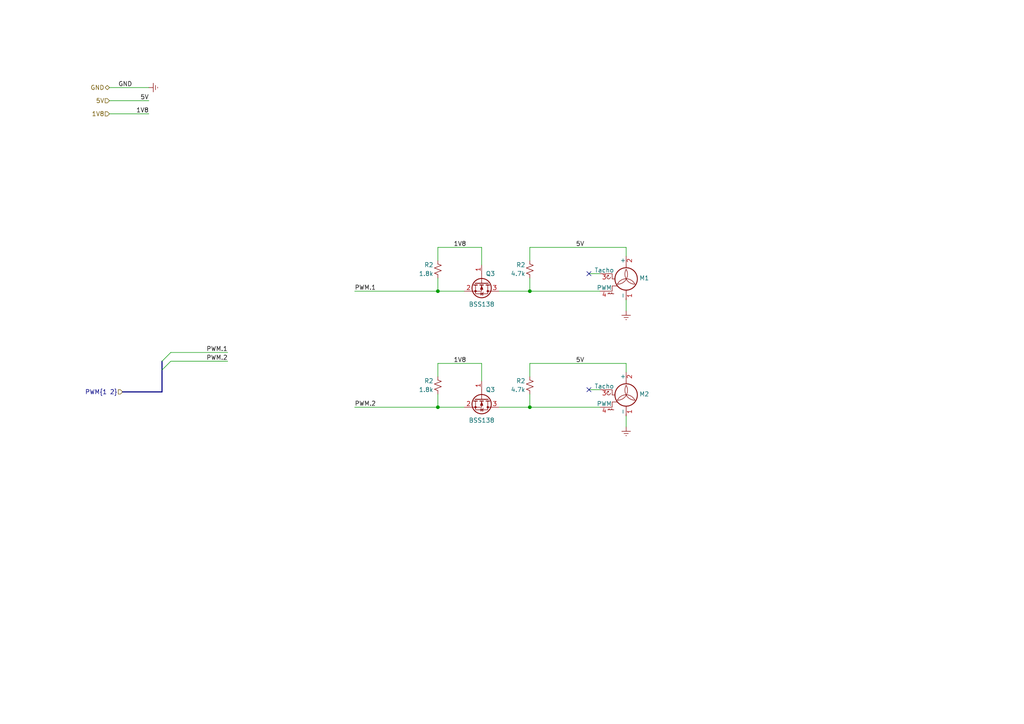
<source format=kicad_sch>
(kicad_sch (version 20230121) (generator eeschema)
  (paper "A4")
  (lib_symbols
    (symbol "CholaSymbolsPrjLib:BSS138" (pin_names hide)
      (property "Reference" "Q" (at 5.08 1.905 0))
      (property "Value" "BSS138" (at 5.08 0 0))
      (symbol "BSS138_0_1"
        (polyline (pts (xy 0.254 0) (xy -2.54 0)))
        (polyline (pts (xy 0.254 1.905) (xy 0.254 -1.905)) (stroke (width 0.254)))
        (polyline (pts (xy 0.762 -1.27) (xy 0.762 -2.286)) (stroke (width 0.254)))
        (polyline (pts (xy 0.762 0.508) (xy 0.762 -0.508)) (stroke (width 0.254)))
        (polyline (pts (xy 0.762 2.286) (xy 0.762 1.27)) (stroke (width 0.254)))
        (polyline (pts (xy 2.54 2.54) (xy 2.54 1.778)))
        (polyline (pts (xy 2.54 -2.54) (xy 2.54 0) (xy 0.762 0)))
        (polyline (pts (xy 0.762 -1.778) (xy 3.302 -1.778) (xy 3.302 1.778) (xy 0.762 1.778)))
        (polyline (pts (xy 1.016 0) (xy 2.032 0.381) (xy 2.032 -0.381) (xy 1.016 0)) (fill (type outline)))
        (polyline (pts (xy 2.794 0.508) (xy 2.921 0.381) (xy 3.683 0.381) (xy 3.81 0.254)))
        (polyline (pts (xy 3.302 0.381) (xy 2.921 -0.254) (xy 3.683 -0.254) (xy 3.302 0.381)))
        (circle (center 1.651 0) (radius 2.794) (stroke (width 0.254)))
        (circle (center 2.54 -1.778) (radius 0.254) (fill (type outline)))
        (circle (center 2.54 1.778) (radius 0.254) (fill (type outline)))
      )
      (symbol "BSS138_1_1"
        (pin input line (at -5.08 0 0) (length 2.54) (name "G") (number "1"))
        (pin passive line (at 2.54 -5.08 90) (length 2.54) (name "S") (number "2"))
        (pin passive line (at 2.54 5.08 270) (length 2.54) (name "D") (number "3"))
      )
    )
    (symbol "CholaSymbolsPrjLib:Fan_4pin" (pin_names (offset 0))
      (property "Reference" "M" (at 2.54 5.08 0))
      (property "Value" "Fan_4pin" (at 2.54 -2.54 0))
      (symbol "Fan_4pin_0_0"
        (arc (start -5.588 1.524) (mid -5.08 1.0182) (end -4.572 1.524))
        (arc (start -5.08 2.032) (mid -5.4392 1.8832) (end -5.588 1.524))
        (polyline (pts (xy -5.08 2.032) (xy -5.334 2.159)))
        (polyline (pts (xy -5.08 2.032) (xy -5.207 1.778)))
        (polyline (pts (xy -4.064 2.54) (xy -4.064 1.016) (xy -3.302 1.016)))
      )
      (symbol "Fan_4pin_0_1"
        (arc (start -2.54 -0.508) (mid 0.0028 0.9121) (end 0 3.81))
        (polyline (pts (xy -4.064 2.54) (xy -5.08 2.54)))
        (polyline (pts (xy 0 -5.08) (xy 0 -4.572)))
        (polyline (pts (xy 0 -2.2352) (xy 0 -2.6416)))
        (polyline (pts (xy 0 4.2672) (xy 0 4.6228)))
        (polyline (pts (xy 0 4.572) (xy 0 5.08)))
        (polyline (pts (xy -2.54 -1.016) (xy -4.064 -1.016) (xy -4.064 -2.54) (xy -5.08 -2.54)))
        (polyline (pts (xy -5.334 -3.302) (xy -5.08 -3.302) (xy -5.08 -3.048) (xy -4.826 -3.048) (xy -4.826 -3.302) (xy -4.318 -3.302) (xy -4.318 -3.048) (xy -4.064 -3.048) (xy -4.064 -3.302) (xy -3.556 -3.302)))
        (circle (center 0 1.016) (radius 3.2512) (stroke (width 0.254)))
        (arc (start 0 3.81) (mid 0.053 0.921) (end 2.54 -0.508))
        (arc (start 2.54 -0.508) (mid 0 1.0618) (end -2.54 -0.508))
      )
      (symbol "Fan_4pin_1_1"
        (pin passive line (at 0 -5.08 90) (length 2.54) (name "-") (number "1"))
        (pin passive line (at 0 7.62 270) (length 2.54) (name "+") (number "2"))
        (pin passive line (at -7.62 2.54 0) (length 2.54) (name "Tacho") (number "3"))
        (pin input line (at -7.62 -2.54 0) (length 2.54) (name "PWM") (number "4"))
      )
    )
    (symbol "CholaSymbolsPrjLib:R_Small_US" (pin_numbers hide) (pin_names (offset 0.254) hide)
      (property "Reference" "R" (at 0.762 0.508 0))
      (property "Value" "R_Small_US" (at 0.762 -1.016 0))
      (symbol "R_Small_US_1_1"
        (polyline (pts (xy 0 0) (xy 1.016 -0.381) (xy 0 -0.762) (xy -1.016 -1.143) (xy 0 -1.524)))
        (polyline (pts (xy 0 1.524) (xy 1.016 1.143) (xy 0 0.762) (xy -1.016 0.381) (xy 0 0)))
        (pin passive line (at 0 2.54 270) (length 1.016) (name "~") (number "1"))
        (pin passive line (at 0 -2.54 90) (length 1.016) (name "~") (number "2"))
      )
    )
    (symbol "power:GNDREF" (power) (pin_names (offset 0))
      (property "Value" "GNDREF" (at 0 -3.81 0))
      (symbol "GNDREF_0_1"
        (polyline (pts (xy -0.635 -1.905) (xy 0.635 -1.905)))
        (polyline (pts (xy -0.127 -2.54) (xy 0.127 -2.54)))
        (polyline (pts (xy 0 -1.27) (xy 0 0)))
        (polyline (pts (xy 1.27 -1.27) (xy -1.27 -1.27)))
      )
      (symbol "GNDREF_1_1"
        (pin power_in line (at 0 0 270) (length 0) hide (name "GNDREF") (number "1"))
      )
    )
  )
  (junction (at 153.67 84.455))
  (junction (at 127 118.11))
  (junction (at 153.67 118.11))
  (junction (at 127 84.455))
  (no_connect (at 170.815 79.375))
  (no_connect (at 170.815 113.03))
  (bus_entry (at 46.99 107.315) (size 2.54 -2.54))
  (bus_entry (at 46.99 104.775) (size 2.54 -2.54))
  (wire (pts (xy 181.61 120.65) (xy 181.61 123.825)))
  (wire (pts (xy 102.87 118.11) (xy 127 118.11)))
  (wire (pts (xy 181.61 86.995) (xy 181.61 90.17)))
  (wire (pts (xy 31.75 33.02) (xy 43.18 33.02)))
  (wire (pts (xy 49.53 104.775) (xy 66.04 104.775)))
  (wire (pts (xy 153.67 84.455) (xy 173.99 84.455)))
  (wire (pts (xy 127 71.755) (xy 127 75.565)))
  (wire (pts (xy 153.67 80.645) (xy 153.67 84.455)))
  (wire (pts (xy 127 118.11) (xy 134.62 118.11)))
  (wire (pts (xy 127 105.41) (xy 127 109.22)))
  (wire (pts (xy 144.78 84.455) (xy 153.67 84.455)))
  (wire (pts (xy 49.53 102.235) (xy 66.04 102.235)))
  (wire (pts (xy 144.78 118.11) (xy 153.67 118.11)))
  (wire (pts (xy 181.61 71.755) (xy 181.61 74.295)))
  (wire (pts (xy 127 80.645) (xy 127 84.455)))
  (wire (pts (xy 139.7 71.755) (xy 139.7 76.835)))
  (wire (pts (xy 139.7 105.41) (xy 139.7 110.49)))
  (bus (pts (xy 46.99 104.775) (xy 46.99 107.315)))
  (wire (pts (xy 127 71.755) (xy 139.7 71.755)))
  (wire (pts (xy 153.67 118.11) (xy 173.99 118.11)))
  (wire (pts (xy 170.815 79.375) (xy 173.99 79.375)))
  (wire (pts (xy 31.75 29.21) (xy 43.18 29.21)))
  (wire (pts (xy 170.815 113.03) (xy 173.99 113.03)))
  (wire (pts (xy 31.75 25.4) (xy 43.18 25.4)))
  (wire (pts (xy 153.67 71.755) (xy 153.67 75.565)))
  (bus (pts (xy 46.99 107.315) (xy 46.99 113.665)))
  (wire (pts (xy 153.67 105.41) (xy 181.61 105.41)))
  (wire (pts (xy 127 114.3) (xy 127 118.11)))
  (wire (pts (xy 127 105.41) (xy 139.7 105.41)))
  (wire (pts (xy 181.61 105.41) (xy 181.61 107.95)))
  (bus (pts (xy 35.56 113.665) (xy 46.99 113.665)))
  (wire (pts (xy 153.67 105.41) (xy 153.67 109.22)))
  (wire (pts (xy 127 84.455) (xy 134.62 84.455)))
  (wire (pts (xy 153.67 71.755) (xy 181.61 71.755)))
  (wire (pts (xy 153.67 114.3) (xy 153.67 118.11)))
  (wire (pts (xy 102.87 84.455) (xy 127 84.455)))
  (label "1V8" (at 43.18 33.02 180))
  (label "PWM.2" (at 66.04 104.775 180))
  (label "1V8" (at 135.255 105.41 180))
  (label "PWM.1" (at 66.04 102.235 180))
  (label "5V" (at 167.005 105.41 0))
  (label "5V" (at 43.18 29.21 180))
  (label "1V8" (at 135.255 71.755 180))
  (label "PWM.2" (at 102.87 118.11 0))
  (label "PWM.1" (at 102.87 84.455 0))
  (label "GND" (at 34.29 25.4 0))
  (label "5V" (at 167.005 71.755 0))
  (hierarchical_label "PWM{1 2}" (shape input) (at 35.56 113.665 180))
  (hierarchical_label "1V8" (shape input) (at 31.75 33.02 180))
  (hierarchical_label "5V" (shape input) (at 31.75 29.21 180))
  (hierarchical_label "GND" (shape bidirectional) (at 31.75 25.4 180))
  (symbol (lib_id "CholaSymbolsPrjLib:R_Small_US") (at 127 111.76 180) (unit 1)
    (property "Reference" "R2" (at 125.73 110.49 0) (effects (justify left)))
    (property "Value" "1.8k" (at 125.73 113.03 0) (effects (justify left)))
    (property "Footprint" "Resistor_SMD:R_0402_1005Metric" (effects hide))
    (instances (project "Tangenta" (path "" (reference "R2") (unit 1)) (path "" (reference "R18") (unit 1)) (path "" (reference "R26") (unit 1)) (path "" (reference "R41") (unit 1)) (path "" (reference "R41") (unit 1)) (path "" (reference "R158") (unit 1)) (path "" (reference "R205") (unit 1))))
  )
  (symbol (lib_id "CholaSymbolsPrjLib:R_Small_US") (at 127 78.105 180) (unit 1)
    (property "Reference" "R2" (at 125.73 76.835 0) (effects (justify left)))
    (property "Value" "1.8k" (at 125.73 79.375 0) (effects (justify left)))
    (property "Footprint" "Resistor_SMD:R_0402_1005Metric" (effects hide))
    (instances (project "Tangenta" (path "" (reference "R2") (unit 1)) (path "" (reference "R18") (unit 1)) (path "" (reference "R26") (unit 1)) (path "" (reference "R41") (unit 1)) (path "" (reference "R41") (unit 1)) (path "" (reference "R158") (unit 1)) (path "" (reference "R204") (unit 1))))
  )
  (symbol (lib_id "CholaSymbolsPrjLib:Fan_4pin") (at 181.61 115.57 0) (unit 1)
    (property "Reference" "M2" (at 185.42 114.3 0) (effects (justify left)))
    (property "Value" "Fan_4pin" (effects hide))
    (property "Footprint" "Connector:FanPinHeader_1x04_P2.54mm_Vertical" (effects hide))
    (property "Datasheet" "http://www.formfactors.org/developer%5Cspecs%5Crev1_2_public.pdf" (effects hide))
  )
  (symbol (lib_id "CholaSymbolsPrjLib:BSS138") (at 139.7 115.57 270) (unit 1)
    (property "Reference" "Q3" (at 142.24 113.03 90))
    (property "Value" "BSS138" (at 139.7 121.92 90))
    (property "Footprint" "Package_TO_SOT_SMD:SOT-23" (effects hide))
    (property "Datasheet" "https://www.onsemi.com/pub/Collateral/BSS138-D.PDF" (effects hide))
    (instances (project "Tangenta" (path "" (reference "Q3") (unit 1)) (path "" (reference "Q5") (unit 1)) (path "" (reference "Q10") (unit 1)) (path "" (reference "Q24") (unit 1))))
  )
  (symbol (lib_id "CholaSymbolsPrjLib:R_Small_US") (at 153.67 111.76 180) (unit 1)
    (property "Reference" "R2" (at 152.4 110.49 0) (effects (justify left)))
    (property "Value" "4.7k" (at 152.4 113.03 0) (effects (justify left)))
    (property "Footprint" "Resistor_SMD:R_0402_1005Metric" (effects hide))
    (instances (project "Tangenta" (path "" (reference "R2") (unit 1)) (path "" (reference "R18") (unit 1)) (path "" (reference "R28") (unit 1)) (path "" (reference "R28") (unit 1)) (path "" (reference "R159") (unit 1)) (path "" (reference "R207") (unit 1))))
  )
  (symbol (lib_id "CholaSymbolsPrjLib:R_Small_US") (at 153.67 78.105 180) (unit 1)
    (property "Reference" "R2" (at 152.4 76.835 0) (effects (justify left)))
    (property "Value" "4.7k" (at 152.4 79.375 0) (effects (justify left)))
    (property "Footprint" "Resistor_SMD:R_0402_1005Metric" (effects hide))
    (instances (project "Tangenta" (path "" (reference "R2") (unit 1)) (path "" (reference "R18") (unit 1)) (path "" (reference "R28") (unit 1)) (path "" (reference "R28") (unit 1)) (path "" (reference "R159") (unit 1)) (path "" (reference "R206") (unit 1))))
  )
  (symbol (lib_id "power:GNDREF") (at 181.61 123.825 0) (unit 1)
    (property "Reference" "#PWR030" (effects hide))
    (property "Value" "GNDREF" (effects hide))
    (instances (project "Tangenta" (path "" (reference "#PWR030") (unit 1)) (path "" (reference "#PWR035") (unit 1)) (path "" (reference "#PWR076") (unit 1)) (path "" (reference "#PWR0112") (unit 1))))
  )
  (symbol (lib_id "power:GNDREF") (at 181.61 90.17 0) (unit 1)
    (property "Reference" "#PWR030" (effects hide))
    (property "Value" "GNDREF" (effects hide))
    (instances (project "Tangenta" (path "" (reference "#PWR030") (unit 1)) (path "" (reference "#PWR035") (unit 1)) (path "" (reference "#PWR076") (unit 1)) (path "" (reference "#PWR0111") (unit 1))))
  )
  (symbol (lib_id "CholaSymbolsPrjLib:Fan_4pin") (at 181.61 81.915 0) (unit 1)
    (property "Reference" "M1" (at 185.42 80.645 0) (effects (justify left)))
    (property "Value" "Fan_4pin" (effects hide))
    (property "Footprint" "Connector:FanPinHeader_1x04_P2.54mm_Vertical" (effects hide))
    (property "Datasheet" "http://www.formfactors.org/developer%5Cspecs%5Crev1_2_public.pdf" (effects hide))
  )
  (symbol (lib_id "CholaSymbolsPrjLib:BSS138") (at 139.7 81.915 270) (unit 1)
    (property "Reference" "Q3" (at 142.24 79.375 90))
    (property "Value" "BSS138" (at 139.7 88.265 90))
    (property "Footprint" "Package_TO_SOT_SMD:SOT-23" (effects hide))
    (property "Datasheet" "https://www.onsemi.com/pub/Collateral/BSS138-D.PDF" (effects hide))
    (instances (project "Tangenta" (path "" (reference "Q3") (unit 1)) (path "" (reference "Q5") (unit 1)) (path "" (reference "Q10") (unit 1)) (path "" (reference "Q23") (unit 1))))
  )
  (symbol (lib_id "power:GNDREF") (at 43.18 25.4 90) (unit 1)
    (property "Reference" "#PWR030" (effects hide))
    (property "Value" "GNDREF" (effects hide))
    (instances (project "Tangenta" (path "" (reference "#PWR030") (unit 1)) (path "" (reference "#PWR035") (unit 1)) (path "" (reference "#PWR076") (unit 1)) (path "" (reference "#PWR0110") (unit 1))))
  )
)
</source>
